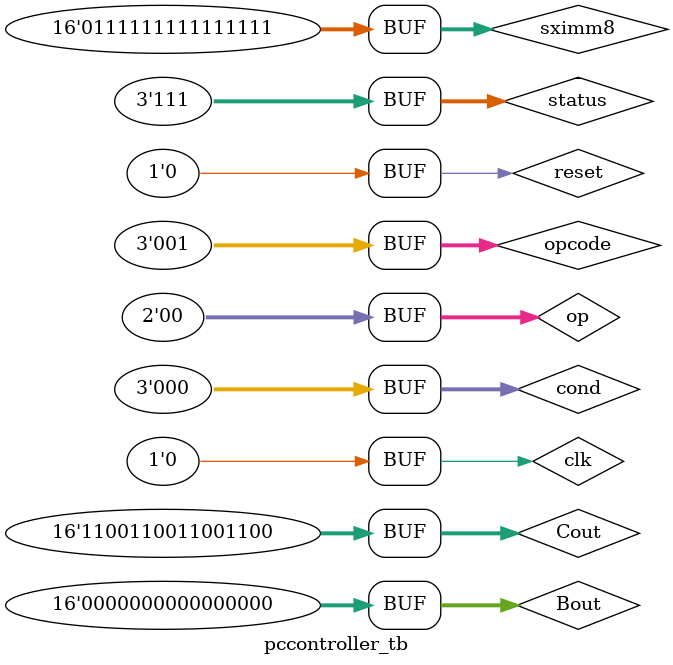
<source format=v>
module pccontroller(clk,reset, opcode, op, cond, Bout, Cout, sximm8, status, IR, PC);
  input clk;
  input reset;
  input [2:0] opcode, cond;
  input [1:0] op;

  input [15:0] Bout, Cout, sximm8;
  input [2:0] status;

  output [15:0] IR;
  output [7:0] PC;

  wire mwrite, msel, execb, incp, loadir;
  wire asel, bsel, loada, loadb, loadc, loads, write;
  wire [1:0] op, ALUop, shift, vsel, nsel;
  wire [2:0] opcode, readnum, writenum, status, cond;
  wire [15:0] Bout, sximm5, sximm8, mdata, IR;
  wire [7:0] PC;


  Program_counter pcx(clk, reset, sximm8, incp, execb, status, cond, msel, Bout, Cout, mwrite, loadir, PC, mdata, IR);

  controller controlx(clk, reset, opcode, op, loadir, incp, execb, msel, mwrite, loada, loadb,
            asel, bsel, loadc, loads, write, nsel, vsel);

endmodule


module pccontroller_tb();
  reg clk;
  reg reset;
  reg [2:0] opcode, cond;
  reg [1:0] op;
  reg [15:0] Bout, Cout, sximm8;
  reg [2:0] status;
  wire [15:0] IR;
  wire [7:0] PC;

  pccontroller dut (clk, reset, opcode, op, cond, Bout, Cout, sximm8, status, IR, PC);

  initial begin
    clk=1'b0;reset=1'b1;opcode=3'b001; op=2'b00; cond=3'b000; Bout=16'b0000000000000000; Cout=16'b1100110011001100; sximm8=16'b0111111111111111; status=3'b111;
    #100

    clk=1'b1;reset=1'b0;
    #100
    clk=1'b0;
    #100

    clk=1'b1;
    #100
    clk=1'b0;
    #100

    clk=1'b1;
    #100
    clk=1'b0;
    #100

    clk=1'b1;
    #100
    clk=1'b0;
    #100

    clk=1'b1;
    #100
    clk=1'b0;
    #100

    clk=1'b1;
    #100
    clk=1'b0;
    #100

    clk=1'b1;
    #100
    clk=1'b0;
    #100

    clk=1'b1;
    #100
    clk=1'b0;
    #100;

    clk=1'b1;
    #100
    clk=1'b0;
    #100;

    clk=1'b1;
    #100
    clk=1'b0;
    #100;

    clk=1'b1;
    #100
    clk=1'b0;
    #100;

    clk=1'b1;
    #100
    clk=1'b0;
    #100;

    clk=1'b1;
    #100
    clk=1'b0;
    #100;

    clk=1'b1;
    #100
    clk=1'b0;
    #100;

    clk=1'b1;
    #100
    clk=1'b0;
    #100;

    clk=1'b1;
    #100
    clk=1'b0;
    #100;

    clk=1'b1;
    #100
    clk=1'b0;
    #100;

    clk=1'b1;
    #100
    clk=1'b0;
    #100;
  end
endmodule

</source>
